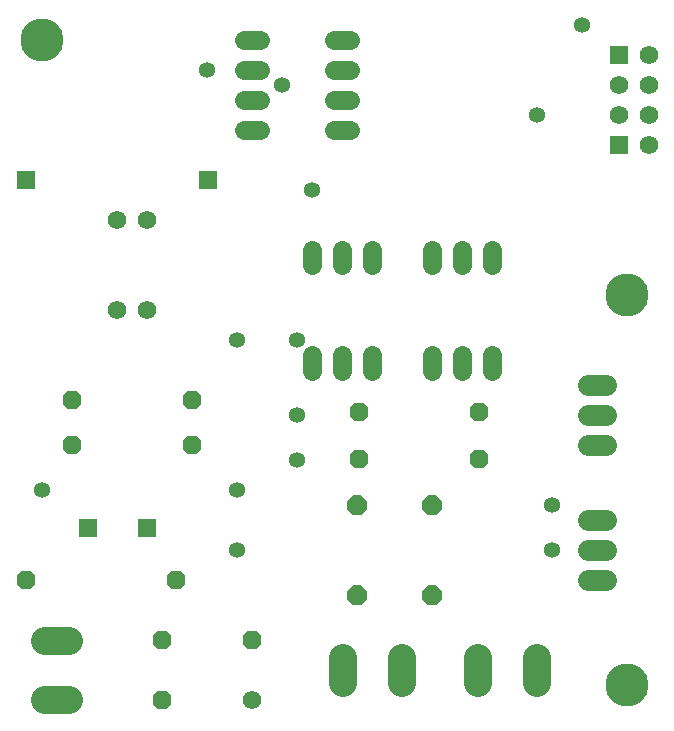
<source format=gts>
G75*
%MOIN*%
%OFA0B0*%
%FSLAX25Y25*%
%IPPOS*%
%LPD*%
%AMOC8*
5,1,8,0,0,1.08239X$1,22.5*
%
%ADD10C,0.14386*%
%ADD11C,0.06200*%
%ADD12OC8,0.06200*%
%ADD13OC8,0.06600*%
%ADD14R,0.06150X0.06150*%
%ADD15C,0.06200*%
%ADD16C,0.06150*%
%ADD17C,0.09250*%
%ADD18C,0.07000*%
%ADD19C,0.05356*%
D10*
X0211800Y0020508D03*
X0211800Y0150508D03*
X0016800Y0235508D03*
D11*
X0086800Y0015508D03*
D12*
X0086800Y0035508D03*
X0061485Y0055586D03*
X0056800Y0035508D03*
X0056800Y0015508D03*
X0011485Y0055586D03*
X0026800Y0100508D03*
X0026800Y0115508D03*
X0066800Y0115508D03*
X0066800Y0100508D03*
X0122430Y0095980D03*
X0122351Y0111689D03*
X0162351Y0111689D03*
X0162430Y0095980D03*
D13*
X0146800Y0080508D03*
X0121800Y0080508D03*
X0121800Y0050508D03*
X0146800Y0050508D03*
D14*
X0051643Y0073027D03*
X0031957Y0073027D03*
X0011485Y0188775D03*
X0072115Y0188775D03*
X0208995Y0200449D03*
X0208995Y0230449D03*
D15*
X0166800Y0165708D02*
X0166800Y0160508D01*
X0156800Y0160508D02*
X0156800Y0165708D01*
X0146800Y0165708D02*
X0146800Y0160508D01*
X0126800Y0160508D02*
X0126800Y0165708D01*
X0116800Y0165708D02*
X0116800Y0160508D01*
X0106800Y0160508D02*
X0106800Y0165708D01*
X0106800Y0130508D02*
X0106800Y0125308D01*
X0116800Y0125308D02*
X0116800Y0130508D01*
X0126800Y0130508D02*
X0126800Y0125308D01*
X0146800Y0125308D02*
X0146800Y0130508D01*
X0156800Y0130508D02*
X0156800Y0125308D01*
X0166800Y0125308D02*
X0166800Y0130508D01*
X0119400Y0205508D02*
X0114200Y0205508D01*
X0114200Y0215508D02*
X0119400Y0215508D01*
X0119400Y0225508D02*
X0114200Y0225508D01*
X0114200Y0235508D02*
X0119400Y0235508D01*
X0089400Y0235508D02*
X0084200Y0235508D01*
X0084200Y0225508D02*
X0089400Y0225508D01*
X0089400Y0215508D02*
X0084200Y0215508D01*
X0084200Y0205508D02*
X0089400Y0205508D01*
D16*
X0051800Y0175508D03*
X0041800Y0175508D03*
X0041800Y0145508D03*
X0051800Y0145508D03*
X0208995Y0210449D03*
X0208995Y0220449D03*
X0218995Y0220449D03*
X0218995Y0230449D03*
X0218995Y0210449D03*
X0218995Y0200449D03*
D17*
X0025925Y0015665D02*
X0017675Y0015665D01*
X0017675Y0035350D02*
X0025925Y0035350D01*
X0116957Y0029633D02*
X0116957Y0021383D01*
X0136643Y0021383D02*
X0136643Y0029633D01*
X0161957Y0029633D02*
X0161957Y0021383D01*
X0181643Y0021383D02*
X0181643Y0029633D01*
D18*
X0198800Y0055508D02*
X0204800Y0055508D01*
X0204800Y0065508D02*
X0198800Y0065508D01*
X0198800Y0075508D02*
X0204800Y0075508D01*
X0204800Y0100508D02*
X0198800Y0100508D01*
X0198800Y0110508D02*
X0204800Y0110508D01*
X0204800Y0120508D02*
X0198800Y0120508D01*
D19*
X0186800Y0080508D03*
X0186800Y0065508D03*
X0101800Y0095508D03*
X0101800Y0110508D03*
X0101800Y0135508D03*
X0081800Y0135508D03*
X0081800Y0085508D03*
X0081800Y0065508D03*
X0016800Y0085508D03*
X0106800Y0185508D03*
X0096800Y0220508D03*
X0071800Y0225508D03*
X0181800Y0210508D03*
X0196800Y0240508D03*
M02*

</source>
